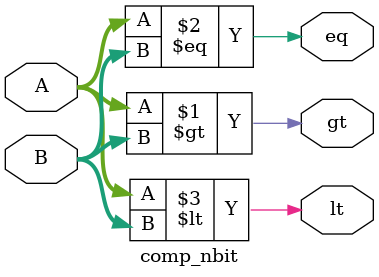
<source format=v>
module comp_nbit #(parameter n = 4)
(input [n-1:0]A,B,
output gt,eq,lt);

assign gt = A > B;
assign eq = A == B;
assign lt = A < B;

endmodule 
</source>
